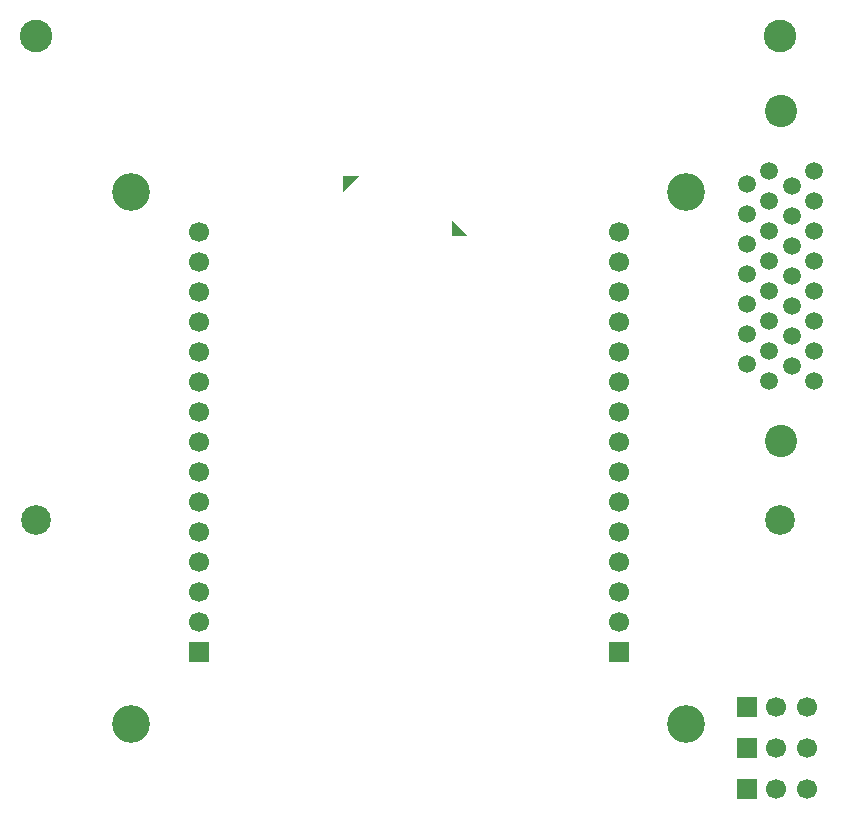
<source format=gts>
G04 Layer_Color=8388736*
%FSLAX42Y42*%
%MOMM*%
G71*
G01*
G75*
%ADD38C,1.50*%
%ADD39C,2.74*%
%ADD40R,1.70X1.70*%
%ADD41C,1.70*%
%ADD42R,1.70X1.70*%
%ADD43C,2.51*%
%ADD44C,2.76*%
%ADD45C,3.20*%
G36*
X-6Y2503D02*
X-141D01*
Y2637D01*
X-6Y2503D01*
D02*
G37*
G36*
X-1067Y2877D02*
Y3012D01*
X-933D01*
X-1067Y2877D01*
D02*
G37*
D38*
X2925Y1528D02*
D03*
Y1782D02*
D03*
Y2036D02*
D03*
Y2290D02*
D03*
Y2544D02*
D03*
Y2798D02*
D03*
Y3052D02*
D03*
X2735Y1655D02*
D03*
Y1909D02*
D03*
Y2163D02*
D03*
Y2417D02*
D03*
Y2671D02*
D03*
Y2925D02*
D03*
X2544Y3052D02*
D03*
Y2798D02*
D03*
Y2544D02*
D03*
Y2290D02*
D03*
Y2036D02*
D03*
Y1782D02*
D03*
Y1528D02*
D03*
Y1274D02*
D03*
X2354Y2938D02*
D03*
Y2684D02*
D03*
Y2430D02*
D03*
Y2176D02*
D03*
Y1922D02*
D03*
Y1668D02*
D03*
Y1414D02*
D03*
X2735Y1401D02*
D03*
X2925Y1274D02*
D03*
D39*
X2640Y3560D02*
D03*
Y766D02*
D03*
D40*
X2350Y-1829D02*
D03*
Y-2184D02*
D03*
Y-1486D02*
D03*
D41*
X2603Y-1829D02*
D03*
X2858D02*
D03*
X2603Y-2184D02*
D03*
X2858D02*
D03*
X2603Y-1486D02*
D03*
X2858D02*
D03*
X-2286Y2540D02*
D03*
Y2286D02*
D03*
Y2032D02*
D03*
Y1778D02*
D03*
Y1524D02*
D03*
Y1270D02*
D03*
Y1016D02*
D03*
Y762D02*
D03*
Y508D02*
D03*
Y254D02*
D03*
Y0D02*
D03*
Y-254D02*
D03*
Y-508D02*
D03*
Y-762D02*
D03*
X1270Y2540D02*
D03*
Y2286D02*
D03*
Y2032D02*
D03*
Y1778D02*
D03*
Y1524D02*
D03*
Y1270D02*
D03*
Y1016D02*
D03*
Y762D02*
D03*
Y508D02*
D03*
Y254D02*
D03*
Y0D02*
D03*
Y-254D02*
D03*
Y-508D02*
D03*
Y-762D02*
D03*
D42*
X-2286Y-1016D02*
D03*
X1270D02*
D03*
D43*
X2637Y96D02*
D03*
X-3663D02*
D03*
D44*
Y4196D02*
D03*
X2637D02*
D03*
D45*
X1837Y-1629D02*
D03*
Y2871D02*
D03*
X-2863D02*
D03*
Y-1629D02*
D03*
M02*

</source>
